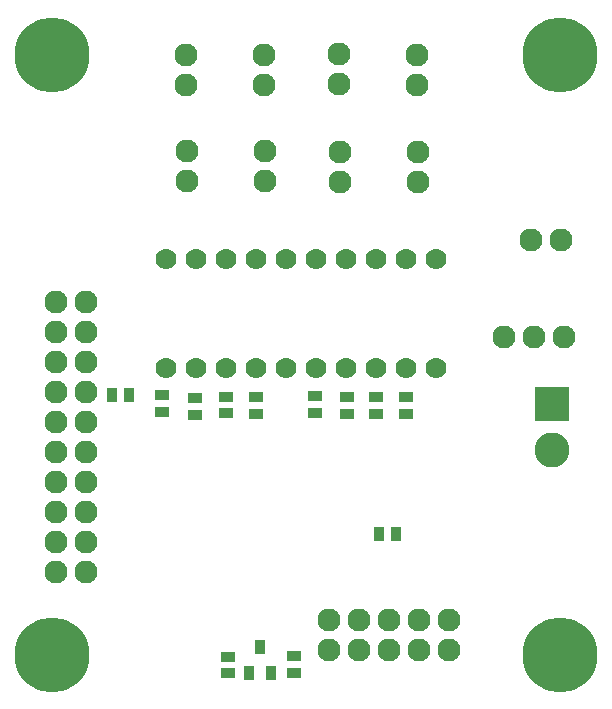
<source format=gbs>
G04 EasyPC Gerber Version 21.0.3 Build 4286 *
G04 #@! TF.Part,Single*
G04 #@! TF.FileFunction,Soldermask,Bot *
G04 #@! TF.FilePolarity,Negative *
%FSLAX45Y45*%
%MOIN*%
G04 #@! TA.AperFunction,SMDPad*
%ADD11R,0.03559X0.04937*%
%ADD102R,0.03559X0.05134*%
G04 #@! TA.AperFunction,ComponentPad*
%ADD16R,0.11630X0.11630*%
%ADD97C,0.07000*%
%ADD19C,0.07693*%
%ADD17C,0.11630*%
G04 #@! TA.AperFunction,SMDPad*
%ADD93R,0.04937X0.03559*%
G04 #@! TA.AperFunction,WasherPad*
%ADD89C,0.25016*%
X0Y0D02*
D02*
D11*
X38444Y126241D03*
X43995D03*
X127465Y80160D03*
X133016D03*
D02*
D16*
X184906Y123496D03*
D02*
D17*
Y107906D03*
D02*
D19*
X19591Y67315D03*
Y77315D03*
Y87315D03*
Y97315D03*
Y107315D03*
Y117315D03*
Y127315D03*
Y137315D03*
Y147315D03*
Y157315D03*
X29591Y67315D03*
Y77315D03*
Y87315D03*
Y97315D03*
Y107315D03*
Y117315D03*
Y127315D03*
Y137315D03*
Y147315D03*
Y157315D03*
X63134Y229851D03*
Y239851D03*
X63429Y197600D03*
Y207600D03*
X89156Y229851D03*
Y239851D03*
X89335Y197644D03*
Y207644D03*
X110791Y41353D03*
Y51353D03*
X113862Y230226D03*
Y240226D03*
X114256Y197519D03*
Y207519D03*
X120791Y41353D03*
Y51353D03*
X130791Y41353D03*
Y51353D03*
X140075Y229726D03*
Y239726D03*
X140260Y197394D03*
Y207394D03*
X140791Y41353D03*
Y51353D03*
X150791Y41353D03*
Y51353D03*
X168931Y145622D03*
X178045Y178024D03*
X178931Y145622D03*
X187888Y178024D03*
X188931Y145622D03*
D02*
D89*
X18360Y39865D03*
Y239865D03*
X187691Y39865D03*
Y239865D03*
D02*
D93*
X55024Y120681D03*
Y126233D03*
X65988Y119796D03*
Y125347D03*
X76411Y120307D03*
Y125859D03*
X76972Y33615D03*
Y39166D03*
X86362Y120140D03*
Y125691D03*
X98843Y33713D03*
Y39264D03*
X106047Y120494D03*
Y126046D03*
X116520Y120130D03*
Y125681D03*
X126274Y120061D03*
Y125613D03*
X136313Y120209D03*
Y125760D03*
D02*
D97*
X56205Y135317D03*
Y171617D03*
X66205Y135317D03*
Y171617D03*
X76205Y135317D03*
Y171617D03*
X86205Y135317D03*
Y171617D03*
X96205Y135317D03*
Y171617D03*
X106205Y135317D03*
Y171617D03*
X116205Y135317D03*
Y171617D03*
X126205Y135317D03*
Y171617D03*
X136205Y135317D03*
Y171617D03*
X146205Y135317D03*
Y171617D03*
D02*
D102*
X83921Y33585D03*
X87701Y42246D03*
X91480Y33585D03*
X0Y0D02*
M02*

</source>
